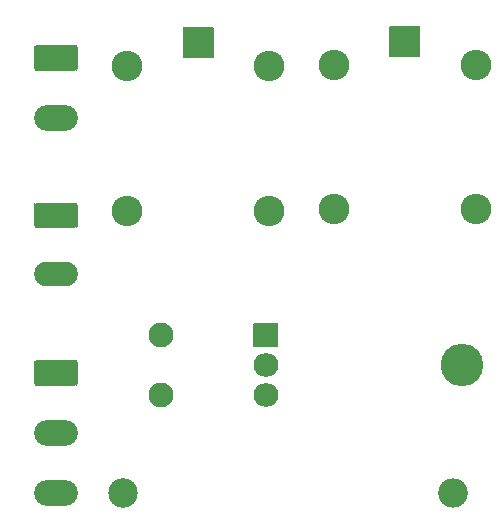
<source format=gbr>
G04 #@! TF.GenerationSoftware,KiCad,Pcbnew,(5.1.10)-1*
G04 #@! TF.CreationDate,2021-08-17T16:02:48+03:00*
G04 #@! TF.ProjectId,ControlledBlinds,436f6e74-726f-46c6-9c65-64426c696e64,rev?*
G04 #@! TF.SameCoordinates,Original*
G04 #@! TF.FileFunction,Soldermask,Top*
G04 #@! TF.FilePolarity,Negative*
%FSLAX46Y46*%
G04 Gerber Fmt 4.6, Leading zero omitted, Abs format (unit mm)*
G04 Created by KiCad (PCBNEW (5.1.10)-1) date 2021-08-17 16:02:48*
%MOMM*%
%LPD*%
G01*
G04 APERTURE LIST*
%ADD10O,2.602000X2.602000*%
%ADD11C,2.102000*%
%ADD12O,3.702000X2.102000*%
%ADD13O,3.702000X2.182000*%
%ADD14C,2.502000*%
%ADD15O,2.502000X2.502000*%
%ADD16O,3.602000X3.602000*%
%ADD17O,2.102000X2.007000*%
%ADD18C,0.100000*%
G04 APERTURE END LIST*
D10*
X87280000Y-47085000D03*
X87280000Y-59285000D03*
X75280000Y-59285000D03*
X75280000Y-47085000D03*
G36*
G01*
X79979000Y-46335000D02*
X79979000Y-43835000D01*
G75*
G02*
X80030000Y-43784000I51000J0D01*
G01*
X82530000Y-43784000D01*
G75*
G02*
X82581000Y-43835000I0J-51000D01*
G01*
X82581000Y-46335000D01*
G75*
G02*
X82530000Y-46386000I-51000J0D01*
G01*
X80030000Y-46386000D01*
G75*
G02*
X79979000Y-46335000I0J51000D01*
G01*
G37*
D11*
X78105000Y-69850000D03*
X78095000Y-74930000D03*
G36*
G01*
X67626750Y-58639000D02*
X70803250Y-58639000D01*
G75*
G02*
X71066000Y-58901750I0J-262750D01*
G01*
X71066000Y-60478250D01*
G75*
G02*
X70803250Y-60741000I-262750J0D01*
G01*
X67626750Y-60741000D01*
G75*
G02*
X67364000Y-60478250I0J262750D01*
G01*
X67364000Y-58901750D01*
G75*
G02*
X67626750Y-58639000I262750J0D01*
G01*
G37*
D12*
X69215000Y-64690000D03*
G36*
G01*
X67626258Y-71934000D02*
X70803742Y-71934000D01*
G75*
G02*
X71066000Y-72196258I0J-262258D01*
G01*
X71066000Y-73853742D01*
G75*
G02*
X70803742Y-74116000I-262258J0D01*
G01*
X67626258Y-74116000D01*
G75*
G02*
X67364000Y-73853742I0J262258D01*
G01*
X67364000Y-72196258D01*
G75*
G02*
X67626258Y-71934000I262258J0D01*
G01*
G37*
D13*
X69215000Y-78105000D03*
X69215000Y-83185000D03*
G36*
G01*
X97474000Y-46240000D02*
X97474000Y-43740000D01*
G75*
G02*
X97525000Y-43689000I51000J0D01*
G01*
X100025000Y-43689000D01*
G75*
G02*
X100076000Y-43740000I0J-51000D01*
G01*
X100076000Y-46240000D01*
G75*
G02*
X100025000Y-46291000I-51000J0D01*
G01*
X97525000Y-46291000D01*
G75*
G02*
X97474000Y-46240000I0J51000D01*
G01*
G37*
D10*
X92775000Y-46990000D03*
X92775000Y-59190000D03*
X104775000Y-59190000D03*
X104775000Y-46990000D03*
G36*
G01*
X67626258Y-45264000D02*
X70803742Y-45264000D01*
G75*
G02*
X71066000Y-45526258I0J-262258D01*
G01*
X71066000Y-47183742D01*
G75*
G02*
X70803742Y-47446000I-262258J0D01*
G01*
X67626258Y-47446000D01*
G75*
G02*
X67364000Y-47183742I0J262258D01*
G01*
X67364000Y-45526258D01*
G75*
G02*
X67626258Y-45264000I262258J0D01*
G01*
G37*
D13*
X69215000Y-51435000D03*
D14*
X74930000Y-83185000D03*
D15*
X102870000Y-83185000D03*
D16*
X103655000Y-72390000D03*
G36*
G01*
X85995000Y-68846500D02*
X87995000Y-68846500D01*
G75*
G02*
X88046000Y-68897500I0J-51000D01*
G01*
X88046000Y-70802500D01*
G75*
G02*
X87995000Y-70853500I-51000J0D01*
G01*
X85995000Y-70853500D01*
G75*
G02*
X85944000Y-70802500I0J51000D01*
G01*
X85944000Y-68897500D01*
G75*
G02*
X85995000Y-68846500I51000J0D01*
G01*
G37*
D17*
X86995000Y-72390000D03*
X86995000Y-74930000D03*
D18*
G36*
X67365990Y-73853546D02*
G01*
X67371009Y-73904511D01*
X67385820Y-73953335D01*
X67409869Y-73998329D01*
X67442235Y-74037765D01*
X67481671Y-74070131D01*
X67526665Y-74094180D01*
X67575489Y-74108991D01*
X67626454Y-74114010D01*
X67628080Y-74115175D01*
X67627884Y-74117165D01*
X67626258Y-74118000D01*
X67537448Y-74118000D01*
X67537252Y-74117990D01*
X67498587Y-74114182D01*
X67498202Y-74114106D01*
X67466930Y-74104620D01*
X67466568Y-74104470D01*
X67437749Y-74089066D01*
X67437423Y-74088848D01*
X67412161Y-74068116D01*
X67411884Y-74067839D01*
X67391152Y-74042577D01*
X67390934Y-74042251D01*
X67375530Y-74013432D01*
X67375380Y-74013070D01*
X67365894Y-73981798D01*
X67365818Y-73981413D01*
X67362010Y-73942748D01*
X67362000Y-73942552D01*
X67362000Y-73853742D01*
X67363000Y-73852010D01*
X67365000Y-73852010D01*
X67365990Y-73853546D01*
G37*
G36*
X71067165Y-73852116D02*
G01*
X71068000Y-73853742D01*
X71068000Y-73942552D01*
X71067990Y-73942748D01*
X71064182Y-73981413D01*
X71064106Y-73981798D01*
X71054620Y-74013070D01*
X71054470Y-74013432D01*
X71039066Y-74042251D01*
X71038848Y-74042577D01*
X71018116Y-74067839D01*
X71017839Y-74068116D01*
X70992577Y-74088848D01*
X70992251Y-74089066D01*
X70963432Y-74104470D01*
X70963070Y-74104620D01*
X70931798Y-74114106D01*
X70931413Y-74114182D01*
X70892748Y-74117990D01*
X70892552Y-74118000D01*
X70803742Y-74118000D01*
X70802010Y-74117000D01*
X70802010Y-74115000D01*
X70803546Y-74114010D01*
X70854511Y-74108991D01*
X70903335Y-74094180D01*
X70948329Y-74070131D01*
X70987765Y-74037765D01*
X71020131Y-73998329D01*
X71044180Y-73953335D01*
X71058991Y-73904511D01*
X71064010Y-73853546D01*
X71065175Y-73851920D01*
X71067165Y-73852116D01*
G37*
G36*
X67627990Y-71933000D02*
G01*
X67627990Y-71935000D01*
X67626454Y-71935990D01*
X67575489Y-71941009D01*
X67526665Y-71955820D01*
X67481671Y-71979869D01*
X67442235Y-72012235D01*
X67409869Y-72051671D01*
X67385820Y-72096665D01*
X67371009Y-72145489D01*
X67365990Y-72196454D01*
X67364825Y-72198080D01*
X67362835Y-72197884D01*
X67362000Y-72196258D01*
X67362000Y-72107448D01*
X67362010Y-72107252D01*
X67365818Y-72068587D01*
X67365894Y-72068202D01*
X67375380Y-72036930D01*
X67375530Y-72036568D01*
X67390934Y-72007749D01*
X67391152Y-72007423D01*
X67411884Y-71982161D01*
X67412161Y-71981884D01*
X67437423Y-71961152D01*
X67437749Y-71960934D01*
X67466568Y-71945530D01*
X67466930Y-71945380D01*
X67498202Y-71935894D01*
X67498587Y-71935818D01*
X67537252Y-71932010D01*
X67537448Y-71932000D01*
X67626258Y-71932000D01*
X67627990Y-71933000D01*
G37*
G36*
X70892748Y-71932010D02*
G01*
X70931413Y-71935818D01*
X70931798Y-71935894D01*
X70963070Y-71945380D01*
X70963432Y-71945530D01*
X70992251Y-71960934D01*
X70992577Y-71961152D01*
X71017839Y-71981884D01*
X71018116Y-71982161D01*
X71038848Y-72007423D01*
X71039066Y-72007749D01*
X71054470Y-72036568D01*
X71054620Y-72036930D01*
X71064106Y-72068202D01*
X71064182Y-72068587D01*
X71067990Y-72107252D01*
X71068000Y-72107448D01*
X71068000Y-72196258D01*
X71067000Y-72197990D01*
X71065000Y-72197990D01*
X71064010Y-72196454D01*
X71058991Y-72145489D01*
X71044180Y-72096665D01*
X71020131Y-72051671D01*
X70987765Y-72012235D01*
X70948329Y-71979869D01*
X70903335Y-71955820D01*
X70854511Y-71941009D01*
X70803546Y-71935990D01*
X70801920Y-71934825D01*
X70802116Y-71932835D01*
X70803742Y-71932000D01*
X70892552Y-71932000D01*
X70892748Y-71932010D01*
G37*
G36*
X67365990Y-60478054D02*
G01*
X67371019Y-60529115D01*
X67385858Y-60578031D01*
X67409952Y-60623110D01*
X67442379Y-60662621D01*
X67481890Y-60695048D01*
X67526969Y-60719142D01*
X67575885Y-60733981D01*
X67626946Y-60739010D01*
X67628572Y-60740175D01*
X67628376Y-60742165D01*
X67626750Y-60743000D01*
X67539140Y-60743000D01*
X67538944Y-60742990D01*
X67499952Y-60739150D01*
X67499567Y-60739074D01*
X67467976Y-60729491D01*
X67467614Y-60729341D01*
X67438500Y-60713779D01*
X67438174Y-60713561D01*
X67412657Y-60692620D01*
X67412380Y-60692343D01*
X67391439Y-60666826D01*
X67391221Y-60666500D01*
X67375659Y-60637386D01*
X67375509Y-60637024D01*
X67365926Y-60605433D01*
X67365850Y-60605048D01*
X67362010Y-60566056D01*
X67362000Y-60565860D01*
X67362000Y-60478250D01*
X67363000Y-60476518D01*
X67365000Y-60476518D01*
X67365990Y-60478054D01*
G37*
G36*
X71067165Y-60476624D02*
G01*
X71068000Y-60478250D01*
X71068000Y-60565860D01*
X71067990Y-60566056D01*
X71064150Y-60605048D01*
X71064074Y-60605433D01*
X71054491Y-60637024D01*
X71054341Y-60637386D01*
X71038779Y-60666500D01*
X71038561Y-60666826D01*
X71017620Y-60692343D01*
X71017343Y-60692620D01*
X70991826Y-60713561D01*
X70991500Y-60713779D01*
X70962386Y-60729341D01*
X70962024Y-60729491D01*
X70930433Y-60739074D01*
X70930048Y-60739150D01*
X70891056Y-60742990D01*
X70890860Y-60743000D01*
X70803250Y-60743000D01*
X70801518Y-60742000D01*
X70801518Y-60740000D01*
X70803054Y-60739010D01*
X70854115Y-60733981D01*
X70903031Y-60719142D01*
X70948110Y-60695048D01*
X70987621Y-60662621D01*
X71020048Y-60623110D01*
X71044142Y-60578031D01*
X71058981Y-60529115D01*
X71064010Y-60478054D01*
X71065175Y-60476428D01*
X71067165Y-60476624D01*
G37*
G36*
X67628482Y-58638000D02*
G01*
X67628482Y-58640000D01*
X67626946Y-58640990D01*
X67575885Y-58646019D01*
X67526969Y-58660858D01*
X67481890Y-58684952D01*
X67442379Y-58717379D01*
X67409952Y-58756890D01*
X67385858Y-58801969D01*
X67371019Y-58850885D01*
X67365990Y-58901946D01*
X67364825Y-58903572D01*
X67362835Y-58903376D01*
X67362000Y-58901750D01*
X67362000Y-58814140D01*
X67362010Y-58813944D01*
X67365850Y-58774952D01*
X67365926Y-58774567D01*
X67375509Y-58742976D01*
X67375659Y-58742614D01*
X67391221Y-58713500D01*
X67391439Y-58713174D01*
X67412380Y-58687657D01*
X67412657Y-58687380D01*
X67438174Y-58666439D01*
X67438500Y-58666221D01*
X67467614Y-58650659D01*
X67467976Y-58650509D01*
X67499567Y-58640926D01*
X67499952Y-58640850D01*
X67538944Y-58637010D01*
X67539140Y-58637000D01*
X67626750Y-58637000D01*
X67628482Y-58638000D01*
G37*
G36*
X70891056Y-58637010D02*
G01*
X70930048Y-58640850D01*
X70930433Y-58640926D01*
X70962024Y-58650509D01*
X70962386Y-58650659D01*
X70991500Y-58666221D01*
X70991826Y-58666439D01*
X71017343Y-58687380D01*
X71017620Y-58687657D01*
X71038561Y-58713174D01*
X71038779Y-58713500D01*
X71054341Y-58742614D01*
X71054491Y-58742976D01*
X71064074Y-58774567D01*
X71064150Y-58774952D01*
X71067990Y-58813944D01*
X71068000Y-58814140D01*
X71068000Y-58901750D01*
X71067000Y-58903482D01*
X71065000Y-58903482D01*
X71064010Y-58901946D01*
X71058981Y-58850885D01*
X71044142Y-58801969D01*
X71020048Y-58756890D01*
X70987621Y-58717379D01*
X70948110Y-58684952D01*
X70903031Y-58660858D01*
X70854115Y-58646019D01*
X70803054Y-58640990D01*
X70801428Y-58639825D01*
X70801624Y-58637835D01*
X70803250Y-58637000D01*
X70890860Y-58637000D01*
X70891056Y-58637010D01*
G37*
G36*
X71067165Y-47182116D02*
G01*
X71068000Y-47183742D01*
X71068000Y-47272552D01*
X71067990Y-47272748D01*
X71064182Y-47311413D01*
X71064106Y-47311798D01*
X71054620Y-47343070D01*
X71054470Y-47343432D01*
X71039066Y-47372251D01*
X71038848Y-47372577D01*
X71018116Y-47397839D01*
X71017839Y-47398116D01*
X70992577Y-47418848D01*
X70992251Y-47419066D01*
X70963432Y-47434470D01*
X70963070Y-47434620D01*
X70931798Y-47444106D01*
X70931413Y-47444182D01*
X70892748Y-47447990D01*
X70892552Y-47448000D01*
X70803742Y-47448000D01*
X70802010Y-47447000D01*
X70802010Y-47445000D01*
X70803546Y-47444010D01*
X70854511Y-47438991D01*
X70903335Y-47424180D01*
X70948329Y-47400131D01*
X70987765Y-47367765D01*
X71020131Y-47328329D01*
X71044180Y-47283335D01*
X71058991Y-47234511D01*
X71064010Y-47183546D01*
X71065175Y-47181920D01*
X71067165Y-47182116D01*
G37*
G36*
X67365990Y-47183546D02*
G01*
X67371009Y-47234511D01*
X67385820Y-47283335D01*
X67409869Y-47328329D01*
X67442235Y-47367765D01*
X67481671Y-47400131D01*
X67526665Y-47424180D01*
X67575489Y-47438991D01*
X67626454Y-47444010D01*
X67628080Y-47445175D01*
X67627884Y-47447165D01*
X67626258Y-47448000D01*
X67537448Y-47448000D01*
X67537252Y-47447990D01*
X67498587Y-47444182D01*
X67498202Y-47444106D01*
X67466930Y-47434620D01*
X67466568Y-47434470D01*
X67437749Y-47419066D01*
X67437423Y-47418848D01*
X67412161Y-47398116D01*
X67411884Y-47397839D01*
X67391152Y-47372577D01*
X67390934Y-47372251D01*
X67375530Y-47343432D01*
X67375380Y-47343070D01*
X67365894Y-47311798D01*
X67365818Y-47311413D01*
X67362010Y-47272748D01*
X67362000Y-47272552D01*
X67362000Y-47183742D01*
X67363000Y-47182010D01*
X67365000Y-47182010D01*
X67365990Y-47183546D01*
G37*
G36*
X67627990Y-45263000D02*
G01*
X67627990Y-45265000D01*
X67626454Y-45265990D01*
X67575489Y-45271009D01*
X67526665Y-45285820D01*
X67481671Y-45309869D01*
X67442235Y-45342235D01*
X67409869Y-45381671D01*
X67385820Y-45426665D01*
X67371009Y-45475489D01*
X67365990Y-45526454D01*
X67364825Y-45528080D01*
X67362835Y-45527884D01*
X67362000Y-45526258D01*
X67362000Y-45437448D01*
X67362010Y-45437252D01*
X67365818Y-45398587D01*
X67365894Y-45398202D01*
X67375380Y-45366930D01*
X67375530Y-45366568D01*
X67390934Y-45337749D01*
X67391152Y-45337423D01*
X67411884Y-45312161D01*
X67412161Y-45311884D01*
X67437423Y-45291152D01*
X67437749Y-45290934D01*
X67466568Y-45275530D01*
X67466930Y-45275380D01*
X67498202Y-45265894D01*
X67498587Y-45265818D01*
X67537252Y-45262010D01*
X67537448Y-45262000D01*
X67626258Y-45262000D01*
X67627990Y-45263000D01*
G37*
G36*
X70892748Y-45262010D02*
G01*
X70931413Y-45265818D01*
X70931798Y-45265894D01*
X70963070Y-45275380D01*
X70963432Y-45275530D01*
X70992251Y-45290934D01*
X70992577Y-45291152D01*
X71017839Y-45311884D01*
X71018116Y-45312161D01*
X71038848Y-45337423D01*
X71039066Y-45337749D01*
X71054470Y-45366568D01*
X71054620Y-45366930D01*
X71064106Y-45398202D01*
X71064182Y-45398587D01*
X71067990Y-45437252D01*
X71068000Y-45437448D01*
X71068000Y-45526258D01*
X71067000Y-45527990D01*
X71065000Y-45527990D01*
X71064010Y-45526454D01*
X71058991Y-45475489D01*
X71044180Y-45426665D01*
X71020131Y-45381671D01*
X70987765Y-45342235D01*
X70948329Y-45309869D01*
X70903335Y-45285820D01*
X70854511Y-45271009D01*
X70803546Y-45265990D01*
X70801920Y-45264825D01*
X70802116Y-45262835D01*
X70803742Y-45262000D01*
X70892552Y-45262000D01*
X70892748Y-45262010D01*
G37*
M02*

</source>
